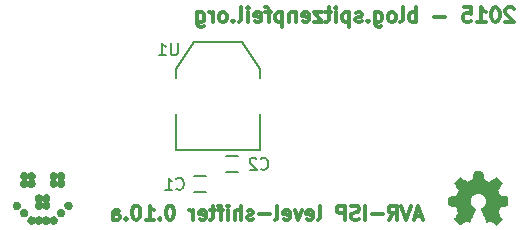
<source format=gbo>
G04 #@! TF.FileFunction,Legend,Bot*
%FSLAX46Y46*%
G04 Gerber Fmt 4.6, Leading zero omitted, Abs format (unit mm)*
G04 Created by KiCad (PCBNEW (2015-04-17 BZR 5608)-product) date Sun 19 Apr 2015 04:52:48 PM CEST*
%MOMM*%
G01*
G04 APERTURE LIST*
%ADD10C,0.150000*%
%ADD11C,0.300000*%
%ADD12C,0.002540*%
%ADD13R,1.651000X1.651000*%
%ADD14C,1.651000*%
%ADD15O,2.200000X1.800000*%
%ADD16R,3.657600X2.032000*%
%ADD17R,1.016000X2.032000*%
%ADD18R,0.500000X0.900000*%
G04 APERTURE END LIST*
D10*
D11*
X89822618Y-40134524D02*
X89763094Y-40075000D01*
X89644046Y-40015476D01*
X89346427Y-40015476D01*
X89227380Y-40075000D01*
X89167856Y-40134524D01*
X89108332Y-40253571D01*
X89108332Y-40372619D01*
X89167856Y-40551190D01*
X89882142Y-41265476D01*
X89108332Y-41265476D01*
X88334523Y-40015476D02*
X88215475Y-40015476D01*
X88096427Y-40075000D01*
X88036904Y-40134524D01*
X87977380Y-40253571D01*
X87917856Y-40491667D01*
X87917856Y-40789286D01*
X87977380Y-41027381D01*
X88036904Y-41146429D01*
X88096427Y-41205952D01*
X88215475Y-41265476D01*
X88334523Y-41265476D01*
X88453570Y-41205952D01*
X88513094Y-41146429D01*
X88572618Y-41027381D01*
X88632142Y-40789286D01*
X88632142Y-40491667D01*
X88572618Y-40253571D01*
X88513094Y-40134524D01*
X88453570Y-40075000D01*
X88334523Y-40015476D01*
X86727380Y-41265476D02*
X87441666Y-41265476D01*
X87084523Y-41265476D02*
X87084523Y-40015476D01*
X87203571Y-40194048D01*
X87322618Y-40313095D01*
X87441666Y-40372619D01*
X85596428Y-40015476D02*
X86191666Y-40015476D01*
X86251190Y-40610714D01*
X86191666Y-40551190D01*
X86072618Y-40491667D01*
X85774999Y-40491667D01*
X85655952Y-40551190D01*
X85596428Y-40610714D01*
X85536904Y-40729762D01*
X85536904Y-41027381D01*
X85596428Y-41146429D01*
X85655952Y-41205952D01*
X85774999Y-41265476D01*
X86072618Y-41265476D01*
X86191666Y-41205952D01*
X86251190Y-41146429D01*
X84048809Y-40789286D02*
X83096428Y-40789286D01*
X81548809Y-41265476D02*
X81548809Y-40015476D01*
X81548809Y-40491667D02*
X81429761Y-40432143D01*
X81191666Y-40432143D01*
X81072618Y-40491667D01*
X81013095Y-40551190D01*
X80953571Y-40670238D01*
X80953571Y-41027381D01*
X81013095Y-41146429D01*
X81072618Y-41205952D01*
X81191666Y-41265476D01*
X81429761Y-41265476D01*
X81548809Y-41205952D01*
X80239286Y-41265476D02*
X80358333Y-41205952D01*
X80417857Y-41086905D01*
X80417857Y-40015476D01*
X79584524Y-41265476D02*
X79703571Y-41205952D01*
X79763095Y-41146429D01*
X79822619Y-41027381D01*
X79822619Y-40670238D01*
X79763095Y-40551190D01*
X79703571Y-40491667D01*
X79584524Y-40432143D01*
X79405952Y-40432143D01*
X79286904Y-40491667D01*
X79227381Y-40551190D01*
X79167857Y-40670238D01*
X79167857Y-41027381D01*
X79227381Y-41146429D01*
X79286904Y-41205952D01*
X79405952Y-41265476D01*
X79584524Y-41265476D01*
X78096429Y-40432143D02*
X78096429Y-41444048D01*
X78155952Y-41563095D01*
X78215476Y-41622619D01*
X78334524Y-41682143D01*
X78513095Y-41682143D01*
X78632143Y-41622619D01*
X78096429Y-41205952D02*
X78215476Y-41265476D01*
X78453572Y-41265476D01*
X78572619Y-41205952D01*
X78632143Y-41146429D01*
X78691667Y-41027381D01*
X78691667Y-40670238D01*
X78632143Y-40551190D01*
X78572619Y-40491667D01*
X78453572Y-40432143D01*
X78215476Y-40432143D01*
X78096429Y-40491667D01*
X77501191Y-41146429D02*
X77441667Y-41205952D01*
X77501191Y-41265476D01*
X77560715Y-41205952D01*
X77501191Y-41146429D01*
X77501191Y-41265476D01*
X76965477Y-41205952D02*
X76846429Y-41265476D01*
X76608334Y-41265476D01*
X76489286Y-41205952D01*
X76429762Y-41086905D01*
X76429762Y-41027381D01*
X76489286Y-40908333D01*
X76608334Y-40848810D01*
X76786905Y-40848810D01*
X76905953Y-40789286D01*
X76965477Y-40670238D01*
X76965477Y-40610714D01*
X76905953Y-40491667D01*
X76786905Y-40432143D01*
X76608334Y-40432143D01*
X76489286Y-40491667D01*
X75894048Y-40432143D02*
X75894048Y-41682143D01*
X75894048Y-40491667D02*
X75775000Y-40432143D01*
X75536905Y-40432143D01*
X75417857Y-40491667D01*
X75358334Y-40551190D01*
X75298810Y-40670238D01*
X75298810Y-41027381D01*
X75358334Y-41146429D01*
X75417857Y-41205952D01*
X75536905Y-41265476D01*
X75775000Y-41265476D01*
X75894048Y-41205952D01*
X74763096Y-41265476D02*
X74763096Y-40432143D01*
X74763096Y-40015476D02*
X74822620Y-40075000D01*
X74763096Y-40134524D01*
X74703572Y-40075000D01*
X74763096Y-40015476D01*
X74763096Y-40134524D01*
X74346429Y-40432143D02*
X73870239Y-40432143D01*
X74167858Y-40015476D02*
X74167858Y-41086905D01*
X74108334Y-41205952D01*
X73989287Y-41265476D01*
X73870239Y-41265476D01*
X73572620Y-40432143D02*
X72917858Y-40432143D01*
X73572620Y-41265476D01*
X72917858Y-41265476D01*
X71965476Y-41205952D02*
X72084524Y-41265476D01*
X72322619Y-41265476D01*
X72441667Y-41205952D01*
X72501191Y-41086905D01*
X72501191Y-40610714D01*
X72441667Y-40491667D01*
X72322619Y-40432143D01*
X72084524Y-40432143D01*
X71965476Y-40491667D01*
X71905953Y-40610714D01*
X71905953Y-40729762D01*
X72501191Y-40848810D01*
X71370238Y-40432143D02*
X71370238Y-41265476D01*
X71370238Y-40551190D02*
X71310714Y-40491667D01*
X71191667Y-40432143D01*
X71013095Y-40432143D01*
X70894047Y-40491667D01*
X70834524Y-40610714D01*
X70834524Y-41265476D01*
X70239286Y-40432143D02*
X70239286Y-41682143D01*
X70239286Y-40491667D02*
X70120238Y-40432143D01*
X69882143Y-40432143D01*
X69763095Y-40491667D01*
X69703572Y-40551190D01*
X69644048Y-40670238D01*
X69644048Y-41027381D01*
X69703572Y-41146429D01*
X69763095Y-41205952D01*
X69882143Y-41265476D01*
X70120238Y-41265476D01*
X70239286Y-41205952D01*
X69286905Y-40432143D02*
X68810715Y-40432143D01*
X69108334Y-41265476D02*
X69108334Y-40194048D01*
X69048810Y-40075000D01*
X68929763Y-40015476D01*
X68810715Y-40015476D01*
X67917857Y-41205952D02*
X68036905Y-41265476D01*
X68275000Y-41265476D01*
X68394048Y-41205952D01*
X68453572Y-41086905D01*
X68453572Y-40610714D01*
X68394048Y-40491667D01*
X68275000Y-40432143D01*
X68036905Y-40432143D01*
X67917857Y-40491667D01*
X67858334Y-40610714D01*
X67858334Y-40729762D01*
X68453572Y-40848810D01*
X67322619Y-41265476D02*
X67322619Y-40432143D01*
X67322619Y-40015476D02*
X67382143Y-40075000D01*
X67322619Y-40134524D01*
X67263095Y-40075000D01*
X67322619Y-40015476D01*
X67322619Y-40134524D01*
X66548810Y-41265476D02*
X66667857Y-41205952D01*
X66727381Y-41086905D01*
X66727381Y-40015476D01*
X66072619Y-41146429D02*
X66013095Y-41205952D01*
X66072619Y-41265476D01*
X66132143Y-41205952D01*
X66072619Y-41146429D01*
X66072619Y-41265476D01*
X65298810Y-41265476D02*
X65417857Y-41205952D01*
X65477381Y-41146429D01*
X65536905Y-41027381D01*
X65536905Y-40670238D01*
X65477381Y-40551190D01*
X65417857Y-40491667D01*
X65298810Y-40432143D01*
X65120238Y-40432143D01*
X65001190Y-40491667D01*
X64941667Y-40551190D01*
X64882143Y-40670238D01*
X64882143Y-41027381D01*
X64941667Y-41146429D01*
X65001190Y-41205952D01*
X65120238Y-41265476D01*
X65298810Y-41265476D01*
X64346429Y-41265476D02*
X64346429Y-40432143D01*
X64346429Y-40670238D02*
X64286905Y-40551190D01*
X64227381Y-40491667D01*
X64108334Y-40432143D01*
X63989286Y-40432143D01*
X63036905Y-40432143D02*
X63036905Y-41444048D01*
X63096428Y-41563095D01*
X63155952Y-41622619D01*
X63275000Y-41682143D01*
X63453571Y-41682143D01*
X63572619Y-41622619D01*
X63036905Y-41205952D02*
X63155952Y-41265476D01*
X63394048Y-41265476D01*
X63513095Y-41205952D01*
X63572619Y-41146429D01*
X63632143Y-41027381D01*
X63632143Y-40670238D01*
X63572619Y-40551190D01*
X63513095Y-40491667D01*
X63394048Y-40432143D01*
X63155952Y-40432143D01*
X63036905Y-40491667D01*
X82035713Y-57650000D02*
X81464284Y-57650000D01*
X82149998Y-57992857D02*
X81749998Y-56792857D01*
X81349998Y-57992857D01*
X81121427Y-56792857D02*
X80721427Y-57992857D01*
X80321427Y-56792857D01*
X79235713Y-57992857D02*
X79635713Y-57421429D01*
X79921428Y-57992857D02*
X79921428Y-56792857D01*
X79464285Y-56792857D01*
X79349999Y-56850000D01*
X79292856Y-56907143D01*
X79235713Y-57021429D01*
X79235713Y-57192857D01*
X79292856Y-57307143D01*
X79349999Y-57364286D01*
X79464285Y-57421429D01*
X79921428Y-57421429D01*
X78721428Y-57535714D02*
X77807142Y-57535714D01*
X77235714Y-57992857D02*
X77235714Y-56792857D01*
X76721428Y-57935714D02*
X76549999Y-57992857D01*
X76264285Y-57992857D01*
X76149999Y-57935714D01*
X76092856Y-57878571D01*
X76035713Y-57764286D01*
X76035713Y-57650000D01*
X76092856Y-57535714D01*
X76149999Y-57478571D01*
X76264285Y-57421429D01*
X76492856Y-57364286D01*
X76607142Y-57307143D01*
X76664285Y-57250000D01*
X76721428Y-57135714D01*
X76721428Y-57021429D01*
X76664285Y-56907143D01*
X76607142Y-56850000D01*
X76492856Y-56792857D01*
X76207142Y-56792857D01*
X76035713Y-56850000D01*
X75521428Y-57992857D02*
X75521428Y-56792857D01*
X75064285Y-56792857D01*
X74949999Y-56850000D01*
X74892856Y-56907143D01*
X74835713Y-57021429D01*
X74835713Y-57192857D01*
X74892856Y-57307143D01*
X74949999Y-57364286D01*
X75064285Y-57421429D01*
X75521428Y-57421429D01*
X73235713Y-57992857D02*
X73349999Y-57935714D01*
X73407142Y-57821429D01*
X73407142Y-56792857D01*
X72321428Y-57935714D02*
X72435714Y-57992857D01*
X72664285Y-57992857D01*
X72778571Y-57935714D01*
X72835714Y-57821429D01*
X72835714Y-57364286D01*
X72778571Y-57250000D01*
X72664285Y-57192857D01*
X72435714Y-57192857D01*
X72321428Y-57250000D01*
X72264285Y-57364286D01*
X72264285Y-57478571D01*
X72835714Y-57592857D01*
X71864285Y-57192857D02*
X71578571Y-57992857D01*
X71292857Y-57192857D01*
X70378571Y-57935714D02*
X70492857Y-57992857D01*
X70721428Y-57992857D01*
X70835714Y-57935714D01*
X70892857Y-57821429D01*
X70892857Y-57364286D01*
X70835714Y-57250000D01*
X70721428Y-57192857D01*
X70492857Y-57192857D01*
X70378571Y-57250000D01*
X70321428Y-57364286D01*
X70321428Y-57478571D01*
X70892857Y-57592857D01*
X69635714Y-57992857D02*
X69750000Y-57935714D01*
X69807143Y-57821429D01*
X69807143Y-56792857D01*
X69178572Y-57535714D02*
X68264286Y-57535714D01*
X67750001Y-57935714D02*
X67635715Y-57992857D01*
X67407143Y-57992857D01*
X67292858Y-57935714D01*
X67235715Y-57821429D01*
X67235715Y-57764286D01*
X67292858Y-57650000D01*
X67407143Y-57592857D01*
X67578572Y-57592857D01*
X67692858Y-57535714D01*
X67750001Y-57421429D01*
X67750001Y-57364286D01*
X67692858Y-57250000D01*
X67578572Y-57192857D01*
X67407143Y-57192857D01*
X67292858Y-57250000D01*
X66721429Y-57992857D02*
X66721429Y-56792857D01*
X66207143Y-57992857D02*
X66207143Y-57364286D01*
X66264286Y-57250000D01*
X66378572Y-57192857D01*
X66550000Y-57192857D01*
X66664286Y-57250000D01*
X66721429Y-57307143D01*
X65635715Y-57992857D02*
X65635715Y-57192857D01*
X65635715Y-56792857D02*
X65692858Y-56850000D01*
X65635715Y-56907143D01*
X65578572Y-56850000D01*
X65635715Y-56792857D01*
X65635715Y-56907143D01*
X65235714Y-57192857D02*
X64778571Y-57192857D01*
X65064286Y-57992857D02*
X65064286Y-56964286D01*
X65007143Y-56850000D01*
X64892857Y-56792857D01*
X64778571Y-56792857D01*
X64550000Y-57192857D02*
X64092857Y-57192857D01*
X64378572Y-56792857D02*
X64378572Y-57821429D01*
X64321429Y-57935714D01*
X64207143Y-57992857D01*
X64092857Y-57992857D01*
X63235715Y-57935714D02*
X63350001Y-57992857D01*
X63578572Y-57992857D01*
X63692858Y-57935714D01*
X63750001Y-57821429D01*
X63750001Y-57364286D01*
X63692858Y-57250000D01*
X63578572Y-57192857D01*
X63350001Y-57192857D01*
X63235715Y-57250000D01*
X63178572Y-57364286D01*
X63178572Y-57478571D01*
X63750001Y-57592857D01*
X62664287Y-57992857D02*
X62664287Y-57192857D01*
X62664287Y-57421429D02*
X62607144Y-57307143D01*
X62550001Y-57250000D01*
X62435715Y-57192857D01*
X62321430Y-57192857D01*
X60778572Y-56792857D02*
X60664287Y-56792857D01*
X60550001Y-56850000D01*
X60492858Y-56907143D01*
X60435715Y-57021429D01*
X60378572Y-57250000D01*
X60378572Y-57535714D01*
X60435715Y-57764286D01*
X60492858Y-57878571D01*
X60550001Y-57935714D01*
X60664287Y-57992857D01*
X60778572Y-57992857D01*
X60892858Y-57935714D01*
X60950001Y-57878571D01*
X61007144Y-57764286D01*
X61064287Y-57535714D01*
X61064287Y-57250000D01*
X61007144Y-57021429D01*
X60950001Y-56907143D01*
X60892858Y-56850000D01*
X60778572Y-56792857D01*
X59864287Y-57878571D02*
X59807144Y-57935714D01*
X59864287Y-57992857D01*
X59921430Y-57935714D01*
X59864287Y-57878571D01*
X59864287Y-57992857D01*
X58664286Y-57992857D02*
X59350001Y-57992857D01*
X59007143Y-57992857D02*
X59007143Y-56792857D01*
X59121429Y-56964286D01*
X59235715Y-57078571D01*
X59350001Y-57135714D01*
X57921429Y-56792857D02*
X57807144Y-56792857D01*
X57692858Y-56850000D01*
X57635715Y-56907143D01*
X57578572Y-57021429D01*
X57521429Y-57250000D01*
X57521429Y-57535714D01*
X57578572Y-57764286D01*
X57635715Y-57878571D01*
X57692858Y-57935714D01*
X57807144Y-57992857D01*
X57921429Y-57992857D01*
X58035715Y-57935714D01*
X58092858Y-57878571D01*
X58150001Y-57764286D01*
X58207144Y-57535714D01*
X58207144Y-57250000D01*
X58150001Y-57021429D01*
X58092858Y-56907143D01*
X58035715Y-56850000D01*
X57921429Y-56792857D01*
X57007144Y-57878571D02*
X56950001Y-57935714D01*
X57007144Y-57992857D01*
X57064287Y-57935714D01*
X57007144Y-57878571D01*
X57007144Y-57992857D01*
X55921429Y-57992857D02*
X55921429Y-57364286D01*
X55978572Y-57250000D01*
X56092858Y-57192857D01*
X56321429Y-57192857D01*
X56435715Y-57250000D01*
X55921429Y-57935714D02*
X56035715Y-57992857D01*
X56321429Y-57992857D01*
X56435715Y-57935714D01*
X56492858Y-57821429D01*
X56492858Y-57707143D01*
X56435715Y-57592857D01*
X56321429Y-57535714D01*
X56035715Y-57535714D01*
X55921429Y-57478571D01*
D10*
X68306000Y-49024000D02*
X68306000Y-52072000D01*
X68306000Y-52072000D02*
X61194000Y-52072000D01*
X61194000Y-52072000D02*
X61194000Y-49024000D01*
X68306000Y-45976000D02*
X68306000Y-45214000D01*
X68306000Y-45214000D02*
X66782000Y-42928000D01*
X66782000Y-42928000D02*
X62718000Y-42928000D01*
X62718000Y-42928000D02*
X61194000Y-45214000D01*
X61194000Y-45214000D02*
X61194000Y-45976000D01*
D12*
G36*
X48957660Y-58336940D02*
X48894160Y-58329320D01*
X48835740Y-58309000D01*
X48810340Y-58296300D01*
X48757000Y-58258200D01*
X48713820Y-58212480D01*
X48683340Y-58159140D01*
X48660480Y-58103260D01*
X48650320Y-58042300D01*
X48652860Y-57981340D01*
X48668100Y-57920380D01*
X48696040Y-57859420D01*
X48713820Y-57836560D01*
X48741760Y-57806080D01*
X48769700Y-57780680D01*
X48795100Y-57760360D01*
X48805260Y-57755280D01*
X48858600Y-57729880D01*
X48914480Y-57714640D01*
X48977980Y-57712100D01*
X48998300Y-57714640D01*
X49031320Y-57719720D01*
X49061800Y-57727340D01*
X49094820Y-57740040D01*
X49130380Y-57760360D01*
X49181180Y-57801000D01*
X49224360Y-57851800D01*
X49254840Y-57907680D01*
X49262460Y-57935620D01*
X49272620Y-57966100D01*
X49275160Y-57988960D01*
X49275160Y-57994040D01*
X49275160Y-57994040D01*
X49277700Y-57981340D01*
X49277700Y-57978800D01*
X49287860Y-57938160D01*
X49303100Y-57897520D01*
X49320880Y-57861960D01*
X49356440Y-57816240D01*
X49404700Y-57770520D01*
X49460580Y-57740040D01*
X49521540Y-57719720D01*
X49587580Y-57712100D01*
X49602820Y-57712100D01*
X49653620Y-57717180D01*
X49699340Y-57732420D01*
X49709500Y-57734960D01*
X49762840Y-57765440D01*
X49808560Y-57803540D01*
X49849200Y-57851800D01*
X49877140Y-57902600D01*
X49894920Y-57958480D01*
X49894920Y-57961020D01*
X49897460Y-57976260D01*
X49900000Y-57983880D01*
X49900000Y-57983880D01*
X49902540Y-57973720D01*
X49905080Y-57958480D01*
X49907620Y-57953400D01*
X49925400Y-57897520D01*
X49955880Y-57846720D01*
X49996520Y-57798460D01*
X50032080Y-57767980D01*
X50087960Y-57737500D01*
X50146380Y-57717180D01*
X50212420Y-57712100D01*
X50260680Y-57714640D01*
X50321640Y-57732420D01*
X50380060Y-57760360D01*
X50428320Y-57798460D01*
X50468960Y-57849260D01*
X50474040Y-57856880D01*
X50489280Y-57879740D01*
X50499440Y-57900060D01*
X50504520Y-57912760D01*
X50512140Y-57940700D01*
X50519760Y-57968640D01*
X50522300Y-57988960D01*
X50522300Y-57991500D01*
X50524840Y-57994040D01*
X50527380Y-57978800D01*
X50532460Y-57945780D01*
X50547700Y-57902600D01*
X50568020Y-57864500D01*
X50603580Y-57813700D01*
X50651840Y-57770520D01*
X50707720Y-57740040D01*
X50768680Y-57719720D01*
X50834720Y-57712100D01*
X50893140Y-57717180D01*
X50954100Y-57734960D01*
X51009980Y-57762900D01*
X51060780Y-57806080D01*
X51083640Y-57834020D01*
X51109040Y-57869580D01*
X51126820Y-57907680D01*
X51136980Y-57940700D01*
X51149680Y-58004200D01*
X51147140Y-58065160D01*
X51131900Y-58123580D01*
X51109040Y-58176920D01*
X51073480Y-58227720D01*
X51030300Y-58268360D01*
X50982040Y-58301380D01*
X50923620Y-58324240D01*
X50860120Y-58334400D01*
X50855040Y-58334400D01*
X50791540Y-58334400D01*
X50730580Y-58319160D01*
X50674700Y-58291220D01*
X50654380Y-58278520D01*
X50611200Y-58240420D01*
X50575640Y-58197240D01*
X50550240Y-58148980D01*
X50542620Y-58131200D01*
X50535000Y-58105800D01*
X50527380Y-58077860D01*
X50524840Y-58057540D01*
X50524840Y-58044840D01*
X50522300Y-58057540D01*
X50522300Y-58067700D01*
X50514680Y-58095640D01*
X50507060Y-58126120D01*
X50496900Y-58151520D01*
X50481660Y-58182000D01*
X50443560Y-58232800D01*
X50395300Y-58275980D01*
X50339420Y-58309000D01*
X50278460Y-58329320D01*
X50268300Y-58331860D01*
X50225120Y-58336940D01*
X50179400Y-58334400D01*
X50138760Y-58329320D01*
X50098120Y-58314080D01*
X50039700Y-58286140D01*
X49986360Y-58242960D01*
X49983820Y-58237880D01*
X49948260Y-58194700D01*
X49920320Y-58141360D01*
X49905080Y-58088020D01*
X49905080Y-58085480D01*
X49900000Y-58070240D01*
X49900000Y-58065160D01*
X49900000Y-58070240D01*
X49897460Y-58082940D01*
X49894920Y-58088020D01*
X49887300Y-58118500D01*
X49872060Y-58154060D01*
X49854280Y-58189620D01*
X49826340Y-58227720D01*
X49780620Y-58270900D01*
X49724740Y-58306460D01*
X49663780Y-58326780D01*
X49651080Y-58329320D01*
X49610440Y-58334400D01*
X49564720Y-58334400D01*
X49524080Y-58329320D01*
X49488520Y-58319160D01*
X49430100Y-58293760D01*
X49379300Y-58255660D01*
X49336120Y-58207400D01*
X49303100Y-58151520D01*
X49295480Y-58133740D01*
X49287860Y-58105800D01*
X49280240Y-58077860D01*
X49277700Y-58057540D01*
X49277700Y-58055000D01*
X49275160Y-58055000D01*
X49275160Y-58067700D01*
X49272620Y-58067700D01*
X49265000Y-58108340D01*
X49249760Y-58148980D01*
X49231980Y-58187080D01*
X49221820Y-58199780D01*
X49181180Y-58248040D01*
X49132920Y-58286140D01*
X49079580Y-58314080D01*
X49018620Y-58331860D01*
X48957660Y-58336940D01*
X48957660Y-58336940D01*
G37*
X48957660Y-58336940D02*
X48894160Y-58329320D01*
X48835740Y-58309000D01*
X48810340Y-58296300D01*
X48757000Y-58258200D01*
X48713820Y-58212480D01*
X48683340Y-58159140D01*
X48660480Y-58103260D01*
X48650320Y-58042300D01*
X48652860Y-57981340D01*
X48668100Y-57920380D01*
X48696040Y-57859420D01*
X48713820Y-57836560D01*
X48741760Y-57806080D01*
X48769700Y-57780680D01*
X48795100Y-57760360D01*
X48805260Y-57755280D01*
X48858600Y-57729880D01*
X48914480Y-57714640D01*
X48977980Y-57712100D01*
X48998300Y-57714640D01*
X49031320Y-57719720D01*
X49061800Y-57727340D01*
X49094820Y-57740040D01*
X49130380Y-57760360D01*
X49181180Y-57801000D01*
X49224360Y-57851800D01*
X49254840Y-57907680D01*
X49262460Y-57935620D01*
X49272620Y-57966100D01*
X49275160Y-57988960D01*
X49275160Y-57994040D01*
X49275160Y-57994040D01*
X49277700Y-57981340D01*
X49277700Y-57978800D01*
X49287860Y-57938160D01*
X49303100Y-57897520D01*
X49320880Y-57861960D01*
X49356440Y-57816240D01*
X49404700Y-57770520D01*
X49460580Y-57740040D01*
X49521540Y-57719720D01*
X49587580Y-57712100D01*
X49602820Y-57712100D01*
X49653620Y-57717180D01*
X49699340Y-57732420D01*
X49709500Y-57734960D01*
X49762840Y-57765440D01*
X49808560Y-57803540D01*
X49849200Y-57851800D01*
X49877140Y-57902600D01*
X49894920Y-57958480D01*
X49894920Y-57961020D01*
X49897460Y-57976260D01*
X49900000Y-57983880D01*
X49900000Y-57983880D01*
X49902540Y-57973720D01*
X49905080Y-57958480D01*
X49907620Y-57953400D01*
X49925400Y-57897520D01*
X49955880Y-57846720D01*
X49996520Y-57798460D01*
X50032080Y-57767980D01*
X50087960Y-57737500D01*
X50146380Y-57717180D01*
X50212420Y-57712100D01*
X50260680Y-57714640D01*
X50321640Y-57732420D01*
X50380060Y-57760360D01*
X50428320Y-57798460D01*
X50468960Y-57849260D01*
X50474040Y-57856880D01*
X50489280Y-57879740D01*
X50499440Y-57900060D01*
X50504520Y-57912760D01*
X50512140Y-57940700D01*
X50519760Y-57968640D01*
X50522300Y-57988960D01*
X50522300Y-57991500D01*
X50524840Y-57994040D01*
X50527380Y-57978800D01*
X50532460Y-57945780D01*
X50547700Y-57902600D01*
X50568020Y-57864500D01*
X50603580Y-57813700D01*
X50651840Y-57770520D01*
X50707720Y-57740040D01*
X50768680Y-57719720D01*
X50834720Y-57712100D01*
X50893140Y-57717180D01*
X50954100Y-57734960D01*
X51009980Y-57762900D01*
X51060780Y-57806080D01*
X51083640Y-57834020D01*
X51109040Y-57869580D01*
X51126820Y-57907680D01*
X51136980Y-57940700D01*
X51149680Y-58004200D01*
X51147140Y-58065160D01*
X51131900Y-58123580D01*
X51109040Y-58176920D01*
X51073480Y-58227720D01*
X51030300Y-58268360D01*
X50982040Y-58301380D01*
X50923620Y-58324240D01*
X50860120Y-58334400D01*
X50855040Y-58334400D01*
X50791540Y-58334400D01*
X50730580Y-58319160D01*
X50674700Y-58291220D01*
X50654380Y-58278520D01*
X50611200Y-58240420D01*
X50575640Y-58197240D01*
X50550240Y-58148980D01*
X50542620Y-58131200D01*
X50535000Y-58105800D01*
X50527380Y-58077860D01*
X50524840Y-58057540D01*
X50524840Y-58044840D01*
X50522300Y-58057540D01*
X50522300Y-58067700D01*
X50514680Y-58095640D01*
X50507060Y-58126120D01*
X50496900Y-58151520D01*
X50481660Y-58182000D01*
X50443560Y-58232800D01*
X50395300Y-58275980D01*
X50339420Y-58309000D01*
X50278460Y-58329320D01*
X50268300Y-58331860D01*
X50225120Y-58336940D01*
X50179400Y-58334400D01*
X50138760Y-58329320D01*
X50098120Y-58314080D01*
X50039700Y-58286140D01*
X49986360Y-58242960D01*
X49983820Y-58237880D01*
X49948260Y-58194700D01*
X49920320Y-58141360D01*
X49905080Y-58088020D01*
X49905080Y-58085480D01*
X49900000Y-58070240D01*
X49900000Y-58065160D01*
X49900000Y-58070240D01*
X49897460Y-58082940D01*
X49894920Y-58088020D01*
X49887300Y-58118500D01*
X49872060Y-58154060D01*
X49854280Y-58189620D01*
X49826340Y-58227720D01*
X49780620Y-58270900D01*
X49724740Y-58306460D01*
X49663780Y-58326780D01*
X49651080Y-58329320D01*
X49610440Y-58334400D01*
X49564720Y-58334400D01*
X49524080Y-58329320D01*
X49488520Y-58319160D01*
X49430100Y-58293760D01*
X49379300Y-58255660D01*
X49336120Y-58207400D01*
X49303100Y-58151520D01*
X49295480Y-58133740D01*
X49287860Y-58105800D01*
X49280240Y-58077860D01*
X49277700Y-58057540D01*
X49277700Y-58055000D01*
X49275160Y-58055000D01*
X49275160Y-58067700D01*
X49272620Y-58067700D01*
X49265000Y-58108340D01*
X49249760Y-58148980D01*
X49231980Y-58187080D01*
X49221820Y-58199780D01*
X49181180Y-58248040D01*
X49132920Y-58286140D01*
X49079580Y-58314080D01*
X49018620Y-58331860D01*
X48957660Y-58336940D01*
G36*
X51482420Y-57712100D02*
X51444320Y-57709560D01*
X51406220Y-57707020D01*
X51365580Y-57696860D01*
X51307160Y-57671460D01*
X51253820Y-57633360D01*
X51210640Y-57587640D01*
X51177620Y-57531760D01*
X51157300Y-57473340D01*
X51149680Y-57409840D01*
X51152220Y-57346340D01*
X51170000Y-57285380D01*
X51197940Y-57229500D01*
X51238580Y-57181240D01*
X51286840Y-57138060D01*
X51304620Y-57127900D01*
X51363040Y-57102500D01*
X51426540Y-57087260D01*
X51490040Y-57087260D01*
X51556080Y-57099960D01*
X51606880Y-57122820D01*
X51660220Y-57158380D01*
X51705940Y-57204100D01*
X51741500Y-57259980D01*
X51764360Y-57320940D01*
X51771980Y-57353960D01*
X51774520Y-57394600D01*
X51771980Y-57435240D01*
X51766900Y-57468260D01*
X51764360Y-57480960D01*
X51738960Y-57541920D01*
X51703400Y-57597800D01*
X51655140Y-57643520D01*
X51599260Y-57679080D01*
X51571320Y-57691780D01*
X51535760Y-57701940D01*
X51502740Y-57709560D01*
X51482420Y-57712100D01*
X51482420Y-57712100D01*
G37*
X51482420Y-57712100D02*
X51444320Y-57709560D01*
X51406220Y-57707020D01*
X51365580Y-57696860D01*
X51307160Y-57671460D01*
X51253820Y-57633360D01*
X51210640Y-57587640D01*
X51177620Y-57531760D01*
X51157300Y-57473340D01*
X51149680Y-57409840D01*
X51152220Y-57346340D01*
X51170000Y-57285380D01*
X51197940Y-57229500D01*
X51238580Y-57181240D01*
X51286840Y-57138060D01*
X51304620Y-57127900D01*
X51363040Y-57102500D01*
X51426540Y-57087260D01*
X51490040Y-57087260D01*
X51556080Y-57099960D01*
X51606880Y-57122820D01*
X51660220Y-57158380D01*
X51705940Y-57204100D01*
X51741500Y-57259980D01*
X51764360Y-57320940D01*
X51771980Y-57353960D01*
X51774520Y-57394600D01*
X51771980Y-57435240D01*
X51766900Y-57468260D01*
X51764360Y-57480960D01*
X51738960Y-57541920D01*
X51703400Y-57597800D01*
X51655140Y-57643520D01*
X51599260Y-57679080D01*
X51571320Y-57691780D01*
X51535760Y-57701940D01*
X51502740Y-57709560D01*
X51482420Y-57712100D01*
G36*
X48332820Y-57712100D02*
X48266780Y-57704480D01*
X48205820Y-57681620D01*
X48147400Y-57646060D01*
X48134700Y-57635900D01*
X48091520Y-57590180D01*
X48058500Y-57536840D01*
X48035640Y-57475880D01*
X48028020Y-57442860D01*
X48025480Y-57402220D01*
X48028020Y-57364120D01*
X48033100Y-57331100D01*
X48035640Y-57315860D01*
X48061040Y-57252360D01*
X48096600Y-57199020D01*
X48142320Y-57155840D01*
X48195660Y-57120280D01*
X48256620Y-57097420D01*
X48322660Y-57087260D01*
X48345520Y-57087260D01*
X48409020Y-57094880D01*
X48467440Y-57112660D01*
X48520780Y-57143140D01*
X48566500Y-57183780D01*
X48602060Y-57232040D01*
X48630000Y-57287920D01*
X48647780Y-57348880D01*
X48650320Y-57412380D01*
X48647780Y-57450480D01*
X48640160Y-57486040D01*
X48624920Y-57521600D01*
X48599520Y-57569860D01*
X48561420Y-57618120D01*
X48510620Y-57658760D01*
X48457280Y-57689240D01*
X48396320Y-57707020D01*
X48332820Y-57712100D01*
X48332820Y-57712100D01*
G37*
X48332820Y-57712100D02*
X48266780Y-57704480D01*
X48205820Y-57681620D01*
X48147400Y-57646060D01*
X48134700Y-57635900D01*
X48091520Y-57590180D01*
X48058500Y-57536840D01*
X48035640Y-57475880D01*
X48028020Y-57442860D01*
X48025480Y-57402220D01*
X48028020Y-57364120D01*
X48033100Y-57331100D01*
X48035640Y-57315860D01*
X48061040Y-57252360D01*
X48096600Y-57199020D01*
X48142320Y-57155840D01*
X48195660Y-57120280D01*
X48256620Y-57097420D01*
X48322660Y-57087260D01*
X48345520Y-57087260D01*
X48409020Y-57094880D01*
X48467440Y-57112660D01*
X48520780Y-57143140D01*
X48566500Y-57183780D01*
X48602060Y-57232040D01*
X48630000Y-57287920D01*
X48647780Y-57348880D01*
X48650320Y-57412380D01*
X48647780Y-57450480D01*
X48640160Y-57486040D01*
X48624920Y-57521600D01*
X48599520Y-57569860D01*
X48561420Y-57618120D01*
X48510620Y-57658760D01*
X48457280Y-57689240D01*
X48396320Y-57707020D01*
X48332820Y-57712100D01*
G36*
X52104720Y-57084720D02*
X52059000Y-57084720D01*
X52020900Y-57079640D01*
X51975180Y-57066940D01*
X51919300Y-57036460D01*
X51865960Y-56993280D01*
X51832940Y-56955180D01*
X51802460Y-56901840D01*
X51779600Y-56840880D01*
X51777060Y-56815480D01*
X51774520Y-56779920D01*
X51774520Y-56741820D01*
X51779600Y-56708800D01*
X51784680Y-56691020D01*
X51810080Y-56627520D01*
X51845640Y-56574180D01*
X51891360Y-56528460D01*
X51947240Y-56492900D01*
X51970100Y-56482740D01*
X52010740Y-56470040D01*
X52051380Y-56464960D01*
X52097100Y-56462420D01*
X52127580Y-56464960D01*
X52160600Y-56470040D01*
X52191080Y-56477660D01*
X52226640Y-56492900D01*
X52246960Y-56505600D01*
X52297760Y-56543700D01*
X52340940Y-56591960D01*
X52373960Y-56647840D01*
X52394280Y-56711340D01*
X52396820Y-56726580D01*
X52399360Y-56764680D01*
X52396820Y-56802780D01*
X52394280Y-56835800D01*
X52389200Y-56858660D01*
X52363800Y-56919620D01*
X52328240Y-56972960D01*
X52282520Y-57018680D01*
X52226640Y-57051700D01*
X52163140Y-57077100D01*
X52145360Y-57079640D01*
X52104720Y-57084720D01*
X52104720Y-57084720D01*
G37*
X52104720Y-57084720D02*
X52059000Y-57084720D01*
X52020900Y-57079640D01*
X51975180Y-57066940D01*
X51919300Y-57036460D01*
X51865960Y-56993280D01*
X51832940Y-56955180D01*
X51802460Y-56901840D01*
X51779600Y-56840880D01*
X51777060Y-56815480D01*
X51774520Y-56779920D01*
X51774520Y-56741820D01*
X51779600Y-56708800D01*
X51784680Y-56691020D01*
X51810080Y-56627520D01*
X51845640Y-56574180D01*
X51891360Y-56528460D01*
X51947240Y-56492900D01*
X51970100Y-56482740D01*
X52010740Y-56470040D01*
X52051380Y-56464960D01*
X52097100Y-56462420D01*
X52127580Y-56464960D01*
X52160600Y-56470040D01*
X52191080Y-56477660D01*
X52226640Y-56492900D01*
X52246960Y-56505600D01*
X52297760Y-56543700D01*
X52340940Y-56591960D01*
X52373960Y-56647840D01*
X52394280Y-56711340D01*
X52396820Y-56726580D01*
X52399360Y-56764680D01*
X52396820Y-56802780D01*
X52394280Y-56835800D01*
X52389200Y-56858660D01*
X52363800Y-56919620D01*
X52328240Y-56972960D01*
X52282520Y-57018680D01*
X52226640Y-57051700D01*
X52163140Y-57077100D01*
X52145360Y-57079640D01*
X52104720Y-57084720D01*
G36*
X49595200Y-57084720D02*
X49534240Y-57082180D01*
X49473280Y-57064400D01*
X49440260Y-57049160D01*
X49386920Y-57011060D01*
X49341200Y-56965340D01*
X49308180Y-56909460D01*
X49285320Y-56848500D01*
X49282780Y-56835800D01*
X49275160Y-56785000D01*
X49277700Y-56736740D01*
X49290400Y-56683400D01*
X49315800Y-56622440D01*
X49351360Y-56569100D01*
X49399620Y-56525920D01*
X49455500Y-56492900D01*
X49519000Y-56470040D01*
X49557100Y-56459880D01*
X49536780Y-56457340D01*
X49531700Y-56457340D01*
X49485980Y-56444640D01*
X49440260Y-56424320D01*
X49397080Y-56396380D01*
X49389460Y-56388760D01*
X49343740Y-56343040D01*
X49310720Y-56292240D01*
X49287860Y-56233820D01*
X49277700Y-56172860D01*
X49277700Y-56111900D01*
X49292940Y-56050940D01*
X49318340Y-55992520D01*
X49320880Y-55989980D01*
X49358980Y-55939180D01*
X49407240Y-55896000D01*
X49460580Y-55865520D01*
X49516460Y-55847740D01*
X49577420Y-55840120D01*
X49638380Y-55842660D01*
X49696800Y-55857900D01*
X49752680Y-55885840D01*
X49803480Y-55923940D01*
X49831420Y-55954420D01*
X49861900Y-56000140D01*
X49884760Y-56048400D01*
X49897460Y-56094120D01*
X49897460Y-56106820D01*
X49900000Y-56111900D01*
X49900000Y-56106820D01*
X49902540Y-56094120D01*
X49915240Y-56053480D01*
X49933020Y-56007760D01*
X49958420Y-55967120D01*
X49976200Y-55946800D01*
X50021920Y-55901080D01*
X50077800Y-55868060D01*
X50136220Y-55847740D01*
X50199720Y-55837580D01*
X50263220Y-55842660D01*
X50303860Y-55852820D01*
X50362280Y-55878220D01*
X50415620Y-55913780D01*
X50458800Y-55959500D01*
X50491820Y-56015380D01*
X50514680Y-56076340D01*
X50519760Y-56106820D01*
X50522300Y-56170320D01*
X50512140Y-56233820D01*
X50489280Y-56292240D01*
X50453720Y-56343040D01*
X50410540Y-56388760D01*
X50354660Y-56426860D01*
X50329260Y-56437020D01*
X50301320Y-56447180D01*
X50273380Y-56454800D01*
X50253060Y-56459880D01*
X50250520Y-56459880D01*
X50250520Y-56459880D01*
X50265760Y-56464960D01*
X50296240Y-56472580D01*
X50336880Y-56487820D01*
X50372440Y-56505600D01*
X50392760Y-56518300D01*
X50435940Y-56556400D01*
X50471500Y-56599580D01*
X50499440Y-56647840D01*
X50514680Y-56698640D01*
X50522300Y-56757060D01*
X50522300Y-56810400D01*
X50519760Y-56820560D01*
X50504520Y-56886600D01*
X50474040Y-56942480D01*
X50430860Y-56993280D01*
X50395300Y-57026300D01*
X50339420Y-57059320D01*
X50278460Y-57079640D01*
X50255600Y-57082180D01*
X50220040Y-57084720D01*
X50184480Y-57082180D01*
X50151460Y-57079640D01*
X50126060Y-57074560D01*
X50105740Y-57069480D01*
X50044780Y-57039000D01*
X49993980Y-56998360D01*
X49950800Y-56947560D01*
X49935560Y-56922160D01*
X49917780Y-56878980D01*
X49905080Y-56838340D01*
X49905080Y-56835800D01*
X49900000Y-56820560D01*
X49900000Y-56815480D01*
X49900000Y-56815480D01*
X49900000Y-56731660D01*
X49900000Y-56731660D01*
X49902540Y-56724040D01*
X49905080Y-56708800D01*
X49905080Y-56703720D01*
X49925400Y-56647840D01*
X49953340Y-56597040D01*
X49993980Y-56548780D01*
X50042240Y-56510680D01*
X50095580Y-56482740D01*
X50098120Y-56482740D01*
X50126060Y-56472580D01*
X50151460Y-56467500D01*
X50179400Y-56459880D01*
X50154000Y-56454800D01*
X50115900Y-56447180D01*
X50060020Y-56421780D01*
X50009220Y-56386220D01*
X49966040Y-56343040D01*
X49933020Y-56292240D01*
X49920320Y-56264300D01*
X49910160Y-56231280D01*
X49902540Y-56205880D01*
X49902540Y-56193180D01*
X49900000Y-56188100D01*
X49900000Y-56193180D01*
X49897460Y-56205880D01*
X49892380Y-56228740D01*
X49879680Y-56261760D01*
X49866980Y-56292240D01*
X49849200Y-56322720D01*
X49808560Y-56370980D01*
X49760300Y-56411620D01*
X49704420Y-56439560D01*
X49646000Y-56457340D01*
X49618060Y-56459880D01*
X49646000Y-56467500D01*
X49651080Y-56467500D01*
X49679020Y-56475120D01*
X49704420Y-56482740D01*
X49709500Y-56485280D01*
X49762840Y-56513220D01*
X49808560Y-56553860D01*
X49849200Y-56599580D01*
X49877140Y-56652920D01*
X49894920Y-56708800D01*
X49894920Y-56711340D01*
X49897460Y-56726580D01*
X49900000Y-56731660D01*
X49900000Y-56815480D01*
X49900000Y-56815480D01*
X49897460Y-56823100D01*
X49894920Y-56838340D01*
X49884760Y-56878980D01*
X49856820Y-56934860D01*
X49818720Y-56985660D01*
X49773000Y-57026300D01*
X49717120Y-57059320D01*
X49717120Y-57059320D01*
X49658700Y-57077100D01*
X49595200Y-57084720D01*
X49595200Y-57084720D01*
G37*
X49595200Y-57084720D02*
X49534240Y-57082180D01*
X49473280Y-57064400D01*
X49440260Y-57049160D01*
X49386920Y-57011060D01*
X49341200Y-56965340D01*
X49308180Y-56909460D01*
X49285320Y-56848500D01*
X49282780Y-56835800D01*
X49275160Y-56785000D01*
X49277700Y-56736740D01*
X49290400Y-56683400D01*
X49315800Y-56622440D01*
X49351360Y-56569100D01*
X49399620Y-56525920D01*
X49455500Y-56492900D01*
X49519000Y-56470040D01*
X49557100Y-56459880D01*
X49536780Y-56457340D01*
X49531700Y-56457340D01*
X49485980Y-56444640D01*
X49440260Y-56424320D01*
X49397080Y-56396380D01*
X49389460Y-56388760D01*
X49343740Y-56343040D01*
X49310720Y-56292240D01*
X49287860Y-56233820D01*
X49277700Y-56172860D01*
X49277700Y-56111900D01*
X49292940Y-56050940D01*
X49318340Y-55992520D01*
X49320880Y-55989980D01*
X49358980Y-55939180D01*
X49407240Y-55896000D01*
X49460580Y-55865520D01*
X49516460Y-55847740D01*
X49577420Y-55840120D01*
X49638380Y-55842660D01*
X49696800Y-55857900D01*
X49752680Y-55885840D01*
X49803480Y-55923940D01*
X49831420Y-55954420D01*
X49861900Y-56000140D01*
X49884760Y-56048400D01*
X49897460Y-56094120D01*
X49897460Y-56106820D01*
X49900000Y-56111900D01*
X49900000Y-56106820D01*
X49902540Y-56094120D01*
X49915240Y-56053480D01*
X49933020Y-56007760D01*
X49958420Y-55967120D01*
X49976200Y-55946800D01*
X50021920Y-55901080D01*
X50077800Y-55868060D01*
X50136220Y-55847740D01*
X50199720Y-55837580D01*
X50263220Y-55842660D01*
X50303860Y-55852820D01*
X50362280Y-55878220D01*
X50415620Y-55913780D01*
X50458800Y-55959500D01*
X50491820Y-56015380D01*
X50514680Y-56076340D01*
X50519760Y-56106820D01*
X50522300Y-56170320D01*
X50512140Y-56233820D01*
X50489280Y-56292240D01*
X50453720Y-56343040D01*
X50410540Y-56388760D01*
X50354660Y-56426860D01*
X50329260Y-56437020D01*
X50301320Y-56447180D01*
X50273380Y-56454800D01*
X50253060Y-56459880D01*
X50250520Y-56459880D01*
X50250520Y-56459880D01*
X50265760Y-56464960D01*
X50296240Y-56472580D01*
X50336880Y-56487820D01*
X50372440Y-56505600D01*
X50392760Y-56518300D01*
X50435940Y-56556400D01*
X50471500Y-56599580D01*
X50499440Y-56647840D01*
X50514680Y-56698640D01*
X50522300Y-56757060D01*
X50522300Y-56810400D01*
X50519760Y-56820560D01*
X50504520Y-56886600D01*
X50474040Y-56942480D01*
X50430860Y-56993280D01*
X50395300Y-57026300D01*
X50339420Y-57059320D01*
X50278460Y-57079640D01*
X50255600Y-57082180D01*
X50220040Y-57084720D01*
X50184480Y-57082180D01*
X50151460Y-57079640D01*
X50126060Y-57074560D01*
X50105740Y-57069480D01*
X50044780Y-57039000D01*
X49993980Y-56998360D01*
X49950800Y-56947560D01*
X49935560Y-56922160D01*
X49917780Y-56878980D01*
X49905080Y-56838340D01*
X49905080Y-56835800D01*
X49900000Y-56820560D01*
X49900000Y-56815480D01*
X49900000Y-56815480D01*
X49900000Y-56731660D01*
X49900000Y-56731660D01*
X49902540Y-56724040D01*
X49905080Y-56708800D01*
X49905080Y-56703720D01*
X49925400Y-56647840D01*
X49953340Y-56597040D01*
X49993980Y-56548780D01*
X50042240Y-56510680D01*
X50095580Y-56482740D01*
X50098120Y-56482740D01*
X50126060Y-56472580D01*
X50151460Y-56467500D01*
X50179400Y-56459880D01*
X50154000Y-56454800D01*
X50115900Y-56447180D01*
X50060020Y-56421780D01*
X50009220Y-56386220D01*
X49966040Y-56343040D01*
X49933020Y-56292240D01*
X49920320Y-56264300D01*
X49910160Y-56231280D01*
X49902540Y-56205880D01*
X49902540Y-56193180D01*
X49900000Y-56188100D01*
X49900000Y-56193180D01*
X49897460Y-56205880D01*
X49892380Y-56228740D01*
X49879680Y-56261760D01*
X49866980Y-56292240D01*
X49849200Y-56322720D01*
X49808560Y-56370980D01*
X49760300Y-56411620D01*
X49704420Y-56439560D01*
X49646000Y-56457340D01*
X49618060Y-56459880D01*
X49646000Y-56467500D01*
X49651080Y-56467500D01*
X49679020Y-56475120D01*
X49704420Y-56482740D01*
X49709500Y-56485280D01*
X49762840Y-56513220D01*
X49808560Y-56553860D01*
X49849200Y-56599580D01*
X49877140Y-56652920D01*
X49894920Y-56708800D01*
X49894920Y-56711340D01*
X49897460Y-56726580D01*
X49900000Y-56731660D01*
X49900000Y-56815480D01*
X49900000Y-56815480D01*
X49897460Y-56823100D01*
X49894920Y-56838340D01*
X49884760Y-56878980D01*
X49856820Y-56934860D01*
X49818720Y-56985660D01*
X49773000Y-57026300D01*
X49717120Y-57059320D01*
X49717120Y-57059320D01*
X49658700Y-57077100D01*
X49595200Y-57084720D01*
G36*
X47735920Y-57084720D02*
X47685120Y-57084720D01*
X47639400Y-57077100D01*
X47608920Y-57069480D01*
X47550500Y-57041540D01*
X47499700Y-57003440D01*
X47459060Y-56955180D01*
X47428580Y-56899300D01*
X47408260Y-56838340D01*
X47400640Y-56774840D01*
X47403180Y-56746900D01*
X47413340Y-56683400D01*
X47438740Y-56622440D01*
X47476840Y-56566560D01*
X47489540Y-56556400D01*
X47532720Y-56518300D01*
X47586060Y-56487820D01*
X47639400Y-56470040D01*
X47641940Y-56470040D01*
X47687660Y-56462420D01*
X47738460Y-56462420D01*
X47786720Y-56470040D01*
X47801960Y-56475120D01*
X47862920Y-56497980D01*
X47913720Y-56533540D01*
X47956900Y-56579260D01*
X47989920Y-56630060D01*
X48012780Y-56685940D01*
X48025480Y-56746900D01*
X48025480Y-56810400D01*
X48010240Y-56873900D01*
X47989920Y-56919620D01*
X47954360Y-56972960D01*
X47906100Y-57018680D01*
X47852760Y-57054240D01*
X47791800Y-57077100D01*
X47784180Y-57077100D01*
X47735920Y-57084720D01*
X47735920Y-57084720D01*
G37*
X47735920Y-57084720D02*
X47685120Y-57084720D01*
X47639400Y-57077100D01*
X47608920Y-57069480D01*
X47550500Y-57041540D01*
X47499700Y-57003440D01*
X47459060Y-56955180D01*
X47428580Y-56899300D01*
X47408260Y-56838340D01*
X47400640Y-56774840D01*
X47403180Y-56746900D01*
X47413340Y-56683400D01*
X47438740Y-56622440D01*
X47476840Y-56566560D01*
X47489540Y-56556400D01*
X47532720Y-56518300D01*
X47586060Y-56487820D01*
X47639400Y-56470040D01*
X47641940Y-56470040D01*
X47687660Y-56462420D01*
X47738460Y-56462420D01*
X47786720Y-56470040D01*
X47801960Y-56475120D01*
X47862920Y-56497980D01*
X47913720Y-56533540D01*
X47956900Y-56579260D01*
X47989920Y-56630060D01*
X48012780Y-56685940D01*
X48025480Y-56746900D01*
X48025480Y-56810400D01*
X48010240Y-56873900D01*
X47989920Y-56919620D01*
X47954360Y-56972960D01*
X47906100Y-57018680D01*
X47852760Y-57054240D01*
X47791800Y-57077100D01*
X47784180Y-57077100D01*
X47735920Y-57084720D01*
G36*
X50827100Y-55212740D02*
X50766140Y-55205120D01*
X50705180Y-55184800D01*
X50677240Y-55169560D01*
X50649300Y-55149240D01*
X50618820Y-55123840D01*
X50585800Y-55088280D01*
X50555320Y-55037480D01*
X50532460Y-54976520D01*
X50529920Y-54958740D01*
X50524840Y-54918100D01*
X50524840Y-54872380D01*
X50529920Y-54834280D01*
X50547700Y-54783480D01*
X50575640Y-54727600D01*
X50613740Y-54681880D01*
X50618820Y-54674260D01*
X50649300Y-54651400D01*
X50682320Y-54628540D01*
X50715340Y-54613300D01*
X50725500Y-54608220D01*
X50750900Y-54600600D01*
X50776300Y-54592980D01*
X50794080Y-54590440D01*
X50804240Y-54590440D01*
X50794080Y-54587900D01*
X50778840Y-54582820D01*
X50758520Y-54577740D01*
X50735660Y-54572660D01*
X50689940Y-54549800D01*
X50644220Y-54521860D01*
X50606120Y-54488840D01*
X50601040Y-54481220D01*
X50562940Y-54427880D01*
X50537540Y-54366920D01*
X50524840Y-54305960D01*
X50524840Y-54242460D01*
X50527380Y-54227220D01*
X50545160Y-54163720D01*
X50573100Y-54107840D01*
X50616280Y-54054500D01*
X50654380Y-54021480D01*
X50707720Y-53991000D01*
X50768680Y-53970680D01*
X50781380Y-53968140D01*
X50824560Y-53963060D01*
X50867740Y-53965600D01*
X50908380Y-53970680D01*
X50943940Y-53983380D01*
X50999820Y-54011320D01*
X51050620Y-54049420D01*
X51091260Y-54095140D01*
X51124280Y-54151020D01*
X51142060Y-54209440D01*
X51144600Y-54217060D01*
X51147140Y-54232300D01*
X51152220Y-54237380D01*
X51152220Y-54232300D01*
X51154760Y-54217060D01*
X51159840Y-54191660D01*
X51170000Y-54163720D01*
X51180160Y-54138320D01*
X51190320Y-54120540D01*
X51228420Y-54067200D01*
X51276680Y-54024020D01*
X51332560Y-53991000D01*
X51393520Y-53970680D01*
X51459560Y-53963060D01*
X51510360Y-53968140D01*
X51568780Y-53983380D01*
X51624660Y-54008780D01*
X51657680Y-54031640D01*
X51703400Y-54077360D01*
X51736420Y-54130700D01*
X51761820Y-54189120D01*
X51774520Y-54250080D01*
X51771980Y-54311040D01*
X51759280Y-54369460D01*
X51733880Y-54430420D01*
X51695780Y-54483760D01*
X51647520Y-54526940D01*
X51591640Y-54559960D01*
X51528140Y-54582820D01*
X51492580Y-54590440D01*
X51512900Y-54592980D01*
X51525600Y-54595520D01*
X51576400Y-54610760D01*
X51624660Y-54636160D01*
X51670380Y-54669180D01*
X51705940Y-54707280D01*
X51728800Y-54740300D01*
X51751660Y-54783480D01*
X51764360Y-54824120D01*
X51771980Y-54857140D01*
X51774520Y-54897780D01*
X51771980Y-54935880D01*
X51766900Y-54968900D01*
X51756740Y-55007000D01*
X51726260Y-55065420D01*
X51688160Y-55118760D01*
X51637360Y-55159400D01*
X51578940Y-55189880D01*
X51515440Y-55210200D01*
X51497660Y-55212740D01*
X51459560Y-55212740D01*
X51418920Y-55210200D01*
X51383360Y-55205120D01*
X51357960Y-55197500D01*
X51299540Y-55167020D01*
X51248740Y-55128920D01*
X51205560Y-55080660D01*
X51175080Y-55024780D01*
X51154760Y-54963820D01*
X51154760Y-54958740D01*
X51149680Y-54943500D01*
X51147140Y-54946040D01*
X51147140Y-54859680D01*
X51149680Y-54857140D01*
X51154760Y-54844440D01*
X51154760Y-54841900D01*
X51164920Y-54798720D01*
X51185240Y-54755540D01*
X51210640Y-54714900D01*
X51228420Y-54692040D01*
X51279220Y-54646320D01*
X51335100Y-54615840D01*
X51398600Y-54595520D01*
X51429080Y-54587900D01*
X51406220Y-54585360D01*
X51388440Y-54580280D01*
X51368120Y-54575200D01*
X51355420Y-54570120D01*
X51299540Y-54542180D01*
X51248740Y-54504080D01*
X51205560Y-54455820D01*
X51175080Y-54402480D01*
X51154760Y-54341520D01*
X51152220Y-54326280D01*
X51149680Y-54318660D01*
X51147140Y-54323740D01*
X51142060Y-54344060D01*
X51142060Y-54344060D01*
X51131900Y-54377080D01*
X51116660Y-54415180D01*
X51096340Y-54448200D01*
X51081100Y-54468520D01*
X51053160Y-54499000D01*
X51022680Y-54526940D01*
X50992200Y-54547260D01*
X50989660Y-54549800D01*
X50941400Y-54570120D01*
X50890600Y-54585360D01*
X50870280Y-54587900D01*
X50893140Y-54592980D01*
X50949020Y-54608220D01*
X51004900Y-54638700D01*
X51055700Y-54676800D01*
X51093800Y-54725060D01*
X51103960Y-54740300D01*
X51119200Y-54770780D01*
X51131900Y-54801260D01*
X51142060Y-54831740D01*
X51144600Y-54852060D01*
X51144600Y-54852060D01*
X51147140Y-54859680D01*
X51147140Y-54946040D01*
X51147140Y-54946040D01*
X51144600Y-54958740D01*
X51139520Y-54976520D01*
X51134440Y-54996840D01*
X51121740Y-55029860D01*
X51091260Y-55083200D01*
X51048080Y-55128920D01*
X50999820Y-55167020D01*
X50946480Y-55192420D01*
X50888060Y-55210200D01*
X50827100Y-55212740D01*
X50827100Y-55212740D01*
G37*
X50827100Y-55212740D02*
X50766140Y-55205120D01*
X50705180Y-55184800D01*
X50677240Y-55169560D01*
X50649300Y-55149240D01*
X50618820Y-55123840D01*
X50585800Y-55088280D01*
X50555320Y-55037480D01*
X50532460Y-54976520D01*
X50529920Y-54958740D01*
X50524840Y-54918100D01*
X50524840Y-54872380D01*
X50529920Y-54834280D01*
X50547700Y-54783480D01*
X50575640Y-54727600D01*
X50613740Y-54681880D01*
X50618820Y-54674260D01*
X50649300Y-54651400D01*
X50682320Y-54628540D01*
X50715340Y-54613300D01*
X50725500Y-54608220D01*
X50750900Y-54600600D01*
X50776300Y-54592980D01*
X50794080Y-54590440D01*
X50804240Y-54590440D01*
X50794080Y-54587900D01*
X50778840Y-54582820D01*
X50758520Y-54577740D01*
X50735660Y-54572660D01*
X50689940Y-54549800D01*
X50644220Y-54521860D01*
X50606120Y-54488840D01*
X50601040Y-54481220D01*
X50562940Y-54427880D01*
X50537540Y-54366920D01*
X50524840Y-54305960D01*
X50524840Y-54242460D01*
X50527380Y-54227220D01*
X50545160Y-54163720D01*
X50573100Y-54107840D01*
X50616280Y-54054500D01*
X50654380Y-54021480D01*
X50707720Y-53991000D01*
X50768680Y-53970680D01*
X50781380Y-53968140D01*
X50824560Y-53963060D01*
X50867740Y-53965600D01*
X50908380Y-53970680D01*
X50943940Y-53983380D01*
X50999820Y-54011320D01*
X51050620Y-54049420D01*
X51091260Y-54095140D01*
X51124280Y-54151020D01*
X51142060Y-54209440D01*
X51144600Y-54217060D01*
X51147140Y-54232300D01*
X51152220Y-54237380D01*
X51152220Y-54232300D01*
X51154760Y-54217060D01*
X51159840Y-54191660D01*
X51170000Y-54163720D01*
X51180160Y-54138320D01*
X51190320Y-54120540D01*
X51228420Y-54067200D01*
X51276680Y-54024020D01*
X51332560Y-53991000D01*
X51393520Y-53970680D01*
X51459560Y-53963060D01*
X51510360Y-53968140D01*
X51568780Y-53983380D01*
X51624660Y-54008780D01*
X51657680Y-54031640D01*
X51703400Y-54077360D01*
X51736420Y-54130700D01*
X51761820Y-54189120D01*
X51774520Y-54250080D01*
X51771980Y-54311040D01*
X51759280Y-54369460D01*
X51733880Y-54430420D01*
X51695780Y-54483760D01*
X51647520Y-54526940D01*
X51591640Y-54559960D01*
X51528140Y-54582820D01*
X51492580Y-54590440D01*
X51512900Y-54592980D01*
X51525600Y-54595520D01*
X51576400Y-54610760D01*
X51624660Y-54636160D01*
X51670380Y-54669180D01*
X51705940Y-54707280D01*
X51728800Y-54740300D01*
X51751660Y-54783480D01*
X51764360Y-54824120D01*
X51771980Y-54857140D01*
X51774520Y-54897780D01*
X51771980Y-54935880D01*
X51766900Y-54968900D01*
X51756740Y-55007000D01*
X51726260Y-55065420D01*
X51688160Y-55118760D01*
X51637360Y-55159400D01*
X51578940Y-55189880D01*
X51515440Y-55210200D01*
X51497660Y-55212740D01*
X51459560Y-55212740D01*
X51418920Y-55210200D01*
X51383360Y-55205120D01*
X51357960Y-55197500D01*
X51299540Y-55167020D01*
X51248740Y-55128920D01*
X51205560Y-55080660D01*
X51175080Y-55024780D01*
X51154760Y-54963820D01*
X51154760Y-54958740D01*
X51149680Y-54943500D01*
X51147140Y-54946040D01*
X51147140Y-54859680D01*
X51149680Y-54857140D01*
X51154760Y-54844440D01*
X51154760Y-54841900D01*
X51164920Y-54798720D01*
X51185240Y-54755540D01*
X51210640Y-54714900D01*
X51228420Y-54692040D01*
X51279220Y-54646320D01*
X51335100Y-54615840D01*
X51398600Y-54595520D01*
X51429080Y-54587900D01*
X51406220Y-54585360D01*
X51388440Y-54580280D01*
X51368120Y-54575200D01*
X51355420Y-54570120D01*
X51299540Y-54542180D01*
X51248740Y-54504080D01*
X51205560Y-54455820D01*
X51175080Y-54402480D01*
X51154760Y-54341520D01*
X51152220Y-54326280D01*
X51149680Y-54318660D01*
X51147140Y-54323740D01*
X51142060Y-54344060D01*
X51142060Y-54344060D01*
X51131900Y-54377080D01*
X51116660Y-54415180D01*
X51096340Y-54448200D01*
X51081100Y-54468520D01*
X51053160Y-54499000D01*
X51022680Y-54526940D01*
X50992200Y-54547260D01*
X50989660Y-54549800D01*
X50941400Y-54570120D01*
X50890600Y-54585360D01*
X50870280Y-54587900D01*
X50893140Y-54592980D01*
X50949020Y-54608220D01*
X51004900Y-54638700D01*
X51055700Y-54676800D01*
X51093800Y-54725060D01*
X51103960Y-54740300D01*
X51119200Y-54770780D01*
X51131900Y-54801260D01*
X51142060Y-54831740D01*
X51144600Y-54852060D01*
X51144600Y-54852060D01*
X51147140Y-54859680D01*
X51147140Y-54946040D01*
X51147140Y-54946040D01*
X51144600Y-54958740D01*
X51139520Y-54976520D01*
X51134440Y-54996840D01*
X51121740Y-55029860D01*
X51091260Y-55083200D01*
X51048080Y-55128920D01*
X50999820Y-55167020D01*
X50946480Y-55192420D01*
X50888060Y-55210200D01*
X50827100Y-55212740D01*
G36*
X48947500Y-55212740D02*
X48886540Y-55205120D01*
X48828120Y-55182260D01*
X48774780Y-55149240D01*
X48729060Y-55108600D01*
X48690960Y-55055260D01*
X48665560Y-54996840D01*
X48660480Y-54976520D01*
X48655400Y-54958740D01*
X48655400Y-54956200D01*
X48652860Y-54943500D01*
X48652860Y-54943500D01*
X48652860Y-54857140D01*
X48655400Y-54849520D01*
X48660480Y-54826660D01*
X48670640Y-54791100D01*
X48698580Y-54735220D01*
X48736680Y-54686960D01*
X48784940Y-54646320D01*
X48840820Y-54613300D01*
X48901780Y-54595520D01*
X48929720Y-54587900D01*
X48909400Y-54585360D01*
X48906860Y-54582820D01*
X48856060Y-54570120D01*
X48807800Y-54547260D01*
X48787480Y-54534560D01*
X48757000Y-54509160D01*
X48726520Y-54478680D01*
X48703660Y-54448200D01*
X48685880Y-54420260D01*
X48668100Y-54382160D01*
X48657940Y-54344060D01*
X48655400Y-54326280D01*
X48650320Y-54318660D01*
X48647780Y-54323740D01*
X48645240Y-54341520D01*
X48632540Y-54382160D01*
X48604600Y-54440580D01*
X48563960Y-54493920D01*
X48515700Y-54534560D01*
X48457280Y-54565040D01*
X48393780Y-54585360D01*
X48370920Y-54587900D01*
X48401400Y-54595520D01*
X48429340Y-54603140D01*
X48490300Y-54628540D01*
X48543640Y-54666640D01*
X48589360Y-54714900D01*
X48602060Y-54732680D01*
X48617300Y-54760620D01*
X48632540Y-54793640D01*
X48640160Y-54816500D01*
X48645240Y-54841900D01*
X48645240Y-54841900D01*
X48650320Y-54854600D01*
X48652860Y-54857140D01*
X48652860Y-54943500D01*
X48650320Y-54946040D01*
X48645240Y-54961280D01*
X48640160Y-54984140D01*
X48622380Y-55029860D01*
X48596980Y-55075580D01*
X48579200Y-55098440D01*
X48533480Y-55146700D01*
X48477600Y-55179720D01*
X48414100Y-55205120D01*
X48388700Y-55210200D01*
X48342980Y-55212740D01*
X48299800Y-55210200D01*
X48261700Y-55205120D01*
X48256620Y-55202580D01*
X48195660Y-55179720D01*
X48139780Y-55141620D01*
X48094060Y-55095900D01*
X48058500Y-55040020D01*
X48035640Y-54979060D01*
X48030560Y-54948580D01*
X48025480Y-54905400D01*
X48028020Y-54862220D01*
X48035640Y-54824120D01*
X48045800Y-54791100D01*
X48068660Y-54745380D01*
X48094060Y-54707280D01*
X48122000Y-54676800D01*
X48160100Y-54646320D01*
X48200740Y-54620920D01*
X48215980Y-54613300D01*
X48243920Y-54603140D01*
X48274400Y-54595520D01*
X48297260Y-54590440D01*
X48297260Y-54590440D01*
X48292180Y-54587900D01*
X48271860Y-54582820D01*
X48236300Y-54570120D01*
X48195660Y-54554880D01*
X48162640Y-54534560D01*
X48155020Y-54529480D01*
X48114380Y-54493920D01*
X48078820Y-54448200D01*
X48050880Y-54402480D01*
X48043260Y-54379620D01*
X48028020Y-54316120D01*
X48025480Y-54252620D01*
X48038180Y-54189120D01*
X48040720Y-54176420D01*
X48068660Y-54118000D01*
X48106760Y-54067200D01*
X48155020Y-54024020D01*
X48210900Y-53991000D01*
X48271860Y-53970680D01*
X48282020Y-53968140D01*
X48322660Y-53963060D01*
X48370920Y-53965600D01*
X48411560Y-53970680D01*
X48419180Y-53973220D01*
X48482680Y-53998620D01*
X48538560Y-54034180D01*
X48584280Y-54082440D01*
X48619840Y-54138320D01*
X48627460Y-54156100D01*
X48637620Y-54184040D01*
X48645240Y-54211980D01*
X48647780Y-54232300D01*
X48647780Y-54234840D01*
X48650320Y-54237380D01*
X48652860Y-54229760D01*
X48657940Y-54211980D01*
X48668100Y-54168800D01*
X48696040Y-54112920D01*
X48734140Y-54064660D01*
X48779860Y-54024020D01*
X48835740Y-53991000D01*
X48835740Y-53991000D01*
X48894160Y-53970680D01*
X48955120Y-53963060D01*
X49018620Y-53968140D01*
X49077040Y-53985920D01*
X49112600Y-54001160D01*
X49165940Y-54039260D01*
X49211660Y-54084980D01*
X49244680Y-54138320D01*
X49267540Y-54199280D01*
X49270080Y-54211980D01*
X49277700Y-54262780D01*
X49275160Y-54311040D01*
X49262460Y-54369460D01*
X49234520Y-54430420D01*
X49198960Y-54481220D01*
X49150700Y-54526940D01*
X49094820Y-54559960D01*
X49028780Y-54582820D01*
X49016080Y-54585360D01*
X49005920Y-54590440D01*
X49005920Y-54590440D01*
X49023700Y-54592980D01*
X49059260Y-54603140D01*
X49099900Y-54620920D01*
X49135460Y-54641240D01*
X49171020Y-54666640D01*
X49214200Y-54714900D01*
X49247220Y-54770780D01*
X49252300Y-54780940D01*
X49270080Y-54841900D01*
X49275160Y-54905400D01*
X49267540Y-54971440D01*
X49247220Y-55029860D01*
X49234520Y-55060340D01*
X49214200Y-55088280D01*
X49188800Y-55118760D01*
X49186260Y-55118760D01*
X49135460Y-55161940D01*
X49079580Y-55192420D01*
X49016080Y-55210200D01*
X49011000Y-55210200D01*
X48947500Y-55212740D01*
X48947500Y-55212740D01*
G37*
X48947500Y-55212740D02*
X48886540Y-55205120D01*
X48828120Y-55182260D01*
X48774780Y-55149240D01*
X48729060Y-55108600D01*
X48690960Y-55055260D01*
X48665560Y-54996840D01*
X48660480Y-54976520D01*
X48655400Y-54958740D01*
X48655400Y-54956200D01*
X48652860Y-54943500D01*
X48652860Y-54943500D01*
X48652860Y-54857140D01*
X48655400Y-54849520D01*
X48660480Y-54826660D01*
X48670640Y-54791100D01*
X48698580Y-54735220D01*
X48736680Y-54686960D01*
X48784940Y-54646320D01*
X48840820Y-54613300D01*
X48901780Y-54595520D01*
X48929720Y-54587900D01*
X48909400Y-54585360D01*
X48906860Y-54582820D01*
X48856060Y-54570120D01*
X48807800Y-54547260D01*
X48787480Y-54534560D01*
X48757000Y-54509160D01*
X48726520Y-54478680D01*
X48703660Y-54448200D01*
X48685880Y-54420260D01*
X48668100Y-54382160D01*
X48657940Y-54344060D01*
X48655400Y-54326280D01*
X48650320Y-54318660D01*
X48647780Y-54323740D01*
X48645240Y-54341520D01*
X48632540Y-54382160D01*
X48604600Y-54440580D01*
X48563960Y-54493920D01*
X48515700Y-54534560D01*
X48457280Y-54565040D01*
X48393780Y-54585360D01*
X48370920Y-54587900D01*
X48401400Y-54595520D01*
X48429340Y-54603140D01*
X48490300Y-54628540D01*
X48543640Y-54666640D01*
X48589360Y-54714900D01*
X48602060Y-54732680D01*
X48617300Y-54760620D01*
X48632540Y-54793640D01*
X48640160Y-54816500D01*
X48645240Y-54841900D01*
X48645240Y-54841900D01*
X48650320Y-54854600D01*
X48652860Y-54857140D01*
X48652860Y-54943500D01*
X48650320Y-54946040D01*
X48645240Y-54961280D01*
X48640160Y-54984140D01*
X48622380Y-55029860D01*
X48596980Y-55075580D01*
X48579200Y-55098440D01*
X48533480Y-55146700D01*
X48477600Y-55179720D01*
X48414100Y-55205120D01*
X48388700Y-55210200D01*
X48342980Y-55212740D01*
X48299800Y-55210200D01*
X48261700Y-55205120D01*
X48256620Y-55202580D01*
X48195660Y-55179720D01*
X48139780Y-55141620D01*
X48094060Y-55095900D01*
X48058500Y-55040020D01*
X48035640Y-54979060D01*
X48030560Y-54948580D01*
X48025480Y-54905400D01*
X48028020Y-54862220D01*
X48035640Y-54824120D01*
X48045800Y-54791100D01*
X48068660Y-54745380D01*
X48094060Y-54707280D01*
X48122000Y-54676800D01*
X48160100Y-54646320D01*
X48200740Y-54620920D01*
X48215980Y-54613300D01*
X48243920Y-54603140D01*
X48274400Y-54595520D01*
X48297260Y-54590440D01*
X48297260Y-54590440D01*
X48292180Y-54587900D01*
X48271860Y-54582820D01*
X48236300Y-54570120D01*
X48195660Y-54554880D01*
X48162640Y-54534560D01*
X48155020Y-54529480D01*
X48114380Y-54493920D01*
X48078820Y-54448200D01*
X48050880Y-54402480D01*
X48043260Y-54379620D01*
X48028020Y-54316120D01*
X48025480Y-54252620D01*
X48038180Y-54189120D01*
X48040720Y-54176420D01*
X48068660Y-54118000D01*
X48106760Y-54067200D01*
X48155020Y-54024020D01*
X48210900Y-53991000D01*
X48271860Y-53970680D01*
X48282020Y-53968140D01*
X48322660Y-53963060D01*
X48370920Y-53965600D01*
X48411560Y-53970680D01*
X48419180Y-53973220D01*
X48482680Y-53998620D01*
X48538560Y-54034180D01*
X48584280Y-54082440D01*
X48619840Y-54138320D01*
X48627460Y-54156100D01*
X48637620Y-54184040D01*
X48645240Y-54211980D01*
X48647780Y-54232300D01*
X48647780Y-54234840D01*
X48650320Y-54237380D01*
X48652860Y-54229760D01*
X48657940Y-54211980D01*
X48668100Y-54168800D01*
X48696040Y-54112920D01*
X48734140Y-54064660D01*
X48779860Y-54024020D01*
X48835740Y-53991000D01*
X48835740Y-53991000D01*
X48894160Y-53970680D01*
X48955120Y-53963060D01*
X49018620Y-53968140D01*
X49077040Y-53985920D01*
X49112600Y-54001160D01*
X49165940Y-54039260D01*
X49211660Y-54084980D01*
X49244680Y-54138320D01*
X49267540Y-54199280D01*
X49270080Y-54211980D01*
X49277700Y-54262780D01*
X49275160Y-54311040D01*
X49262460Y-54369460D01*
X49234520Y-54430420D01*
X49198960Y-54481220D01*
X49150700Y-54526940D01*
X49094820Y-54559960D01*
X49028780Y-54582820D01*
X49016080Y-54585360D01*
X49005920Y-54590440D01*
X49005920Y-54590440D01*
X49023700Y-54592980D01*
X49059260Y-54603140D01*
X49099900Y-54620920D01*
X49135460Y-54641240D01*
X49171020Y-54666640D01*
X49214200Y-54714900D01*
X49247220Y-54770780D01*
X49252300Y-54780940D01*
X49270080Y-54841900D01*
X49275160Y-54905400D01*
X49267540Y-54971440D01*
X49247220Y-55029860D01*
X49234520Y-55060340D01*
X49214200Y-55088280D01*
X49188800Y-55118760D01*
X49186260Y-55118760D01*
X49135460Y-55161940D01*
X49079580Y-55192420D01*
X49016080Y-55210200D01*
X49011000Y-55210200D01*
X48947500Y-55212740D01*
G36*
X88313840Y-58395360D02*
X88288440Y-58380120D01*
X88230020Y-58344560D01*
X88146200Y-58288680D01*
X88047140Y-58222640D01*
X87948080Y-58156600D01*
X87866800Y-58103260D01*
X87810920Y-58065160D01*
X87785520Y-58052460D01*
X87772820Y-58057540D01*
X87727100Y-58080400D01*
X87658520Y-58115960D01*
X87617880Y-58136280D01*
X87556920Y-58161680D01*
X87523900Y-58169300D01*
X87518820Y-58159140D01*
X87495960Y-58110880D01*
X87460400Y-58029600D01*
X87414680Y-57920380D01*
X87358800Y-57793380D01*
X87302920Y-57658760D01*
X87244500Y-57519060D01*
X87188620Y-57384440D01*
X87140360Y-57265060D01*
X87099720Y-57168540D01*
X87074320Y-57099960D01*
X87064160Y-57072020D01*
X87066700Y-57064400D01*
X87099720Y-57033920D01*
X87153060Y-56993280D01*
X87272440Y-56896760D01*
X87389280Y-56751980D01*
X87460400Y-56586880D01*
X87483260Y-56401460D01*
X87462940Y-56231280D01*
X87396900Y-56068720D01*
X87282600Y-55921400D01*
X87142900Y-55812180D01*
X86980340Y-55743600D01*
X86800000Y-55720740D01*
X86627280Y-55741060D01*
X86459640Y-55807100D01*
X86312320Y-55918860D01*
X86248820Y-55989980D01*
X86162460Y-56139840D01*
X86114200Y-56297320D01*
X86109120Y-56337960D01*
X86116740Y-56513220D01*
X86167540Y-56683400D01*
X86261520Y-56833260D01*
X86391060Y-56957720D01*
X86406300Y-56967880D01*
X86464720Y-57013600D01*
X86505360Y-57044080D01*
X86535840Y-57069480D01*
X86312320Y-57607960D01*
X86276760Y-57691780D01*
X86215800Y-57839100D01*
X86162460Y-57966100D01*
X86119280Y-58067700D01*
X86088800Y-58133740D01*
X86076100Y-58161680D01*
X86076100Y-58164220D01*
X86055780Y-58166760D01*
X86015140Y-58151520D01*
X85938940Y-58115960D01*
X85890680Y-58090560D01*
X85832260Y-58062620D01*
X85806860Y-58052460D01*
X85784000Y-58065160D01*
X85730660Y-58100720D01*
X85649380Y-58154060D01*
X85552860Y-58217560D01*
X85461420Y-58281060D01*
X85377600Y-58336940D01*
X85316640Y-58375040D01*
X85286160Y-58392820D01*
X85281080Y-58392820D01*
X85255680Y-58377580D01*
X85207420Y-58336940D01*
X85133760Y-58268360D01*
X85029620Y-58164220D01*
X85014380Y-58148980D01*
X84928020Y-58062620D01*
X84859440Y-57988960D01*
X84813720Y-57938160D01*
X84795940Y-57915300D01*
X84795940Y-57915300D01*
X84811180Y-57884820D01*
X84849280Y-57823860D01*
X84905160Y-57737500D01*
X84973740Y-57638440D01*
X85151540Y-57379360D01*
X85055020Y-57135520D01*
X85024540Y-57059320D01*
X84986440Y-56970420D01*
X84958500Y-56904380D01*
X84943260Y-56876440D01*
X84917860Y-56866280D01*
X84849280Y-56851040D01*
X84752760Y-56830720D01*
X84638460Y-56810400D01*
X84526700Y-56790080D01*
X84427640Y-56769760D01*
X84356520Y-56757060D01*
X84323500Y-56749440D01*
X84315880Y-56744360D01*
X84308260Y-56729120D01*
X84305720Y-56696100D01*
X84303180Y-56635140D01*
X84300640Y-56541160D01*
X84300640Y-56401460D01*
X84300640Y-56386220D01*
X84303180Y-56256680D01*
X84305720Y-56150000D01*
X84308260Y-56083960D01*
X84313340Y-56056020D01*
X84313340Y-56056020D01*
X84343820Y-56048400D01*
X84414940Y-56033160D01*
X84514000Y-56015380D01*
X84633380Y-55992520D01*
X84641000Y-55989980D01*
X84757840Y-55967120D01*
X84856900Y-55946800D01*
X84928020Y-55931560D01*
X84955960Y-55921400D01*
X84963580Y-55913780D01*
X84986440Y-55868060D01*
X85019460Y-55794400D01*
X85060100Y-55705500D01*
X85098200Y-55611520D01*
X85131220Y-55527700D01*
X85154080Y-55466740D01*
X85161700Y-55438800D01*
X85159160Y-55436260D01*
X85141380Y-55408320D01*
X85100740Y-55347360D01*
X85044860Y-55263540D01*
X84976280Y-55161940D01*
X84971200Y-55154320D01*
X84902620Y-55055260D01*
X84846740Y-54968900D01*
X84811180Y-54910480D01*
X84795940Y-54882540D01*
X84795940Y-54880000D01*
X84818800Y-54849520D01*
X84869600Y-54793640D01*
X84943260Y-54717440D01*
X85029620Y-54628540D01*
X85057560Y-54603140D01*
X85156620Y-54506620D01*
X85222660Y-54445660D01*
X85265840Y-54412640D01*
X85286160Y-54405020D01*
X85286160Y-54405020D01*
X85316640Y-54422800D01*
X85380140Y-54463440D01*
X85463960Y-54521860D01*
X85565560Y-54590440D01*
X85573180Y-54595520D01*
X85672240Y-54664100D01*
X85756060Y-54719980D01*
X85814480Y-54760620D01*
X85842420Y-54775860D01*
X85844960Y-54775860D01*
X85885600Y-54763160D01*
X85956720Y-54737760D01*
X86045620Y-54704740D01*
X86137060Y-54666640D01*
X86220880Y-54631080D01*
X86284380Y-54603140D01*
X86314860Y-54585360D01*
X86314860Y-54585360D01*
X86325020Y-54549800D01*
X86342800Y-54473600D01*
X86363120Y-54372000D01*
X86388520Y-54250080D01*
X86391060Y-54229760D01*
X86413920Y-54110380D01*
X86431700Y-54011320D01*
X86446940Y-53942740D01*
X86454560Y-53914800D01*
X86469800Y-53912260D01*
X86528220Y-53907180D01*
X86617120Y-53904640D01*
X86726340Y-53904640D01*
X86838100Y-53904640D01*
X86947320Y-53907180D01*
X87041300Y-53909720D01*
X87109880Y-53914800D01*
X87137820Y-53919880D01*
X87137820Y-53922420D01*
X87147980Y-53960520D01*
X87165760Y-54034180D01*
X87186080Y-54138320D01*
X87208940Y-54260240D01*
X87214020Y-54283100D01*
X87236880Y-54399940D01*
X87257200Y-54499000D01*
X87269900Y-54565040D01*
X87277520Y-54592980D01*
X87290220Y-54598060D01*
X87338480Y-54618380D01*
X87417220Y-54651400D01*
X87516280Y-54692040D01*
X87744880Y-54783480D01*
X88026820Y-54592980D01*
X88052220Y-54575200D01*
X88153820Y-54506620D01*
X88235100Y-54450740D01*
X88293520Y-54412640D01*
X88316380Y-54399940D01*
X88318920Y-54399940D01*
X88346860Y-54425340D01*
X88402740Y-54478680D01*
X88478940Y-54552340D01*
X88567840Y-54638700D01*
X88631340Y-54704740D01*
X88710080Y-54783480D01*
X88758340Y-54836820D01*
X88786280Y-54869840D01*
X88793900Y-54890160D01*
X88791360Y-54905400D01*
X88773580Y-54933340D01*
X88732940Y-54994300D01*
X88674520Y-55080660D01*
X88605940Y-55179720D01*
X88550060Y-55263540D01*
X88489100Y-55357520D01*
X88451000Y-55423560D01*
X88435760Y-55456580D01*
X88440840Y-55469280D01*
X88458620Y-55525160D01*
X88494180Y-55608980D01*
X88534820Y-55708040D01*
X88633880Y-55929020D01*
X88778660Y-55956960D01*
X88867560Y-55974740D01*
X88989480Y-55997600D01*
X89108860Y-56020460D01*
X89291740Y-56056020D01*
X89299360Y-56731660D01*
X89271420Y-56744360D01*
X89243480Y-56751980D01*
X89174900Y-56767220D01*
X89078380Y-56787540D01*
X88961540Y-56807860D01*
X88865020Y-56825640D01*
X88765960Y-56845960D01*
X88694840Y-56858660D01*
X88664360Y-56866280D01*
X88654200Y-56876440D01*
X88631340Y-56924700D01*
X88595780Y-57000900D01*
X88555140Y-57092340D01*
X88517040Y-57186320D01*
X88481480Y-57275220D01*
X88458620Y-57341260D01*
X88448460Y-57374280D01*
X88461160Y-57402220D01*
X88499260Y-57460640D01*
X88552600Y-57541920D01*
X88621180Y-57640980D01*
X88687220Y-57737500D01*
X88745640Y-57821320D01*
X88783740Y-57882280D01*
X88801520Y-57910220D01*
X88791360Y-57928000D01*
X88753260Y-57976260D01*
X88679600Y-58052460D01*
X88567840Y-58161680D01*
X88550060Y-58179460D01*
X88463700Y-58263280D01*
X88390040Y-58331860D01*
X88336700Y-58377580D01*
X88313840Y-58395360D01*
X88313840Y-58395360D01*
G37*
X88313840Y-58395360D02*
X88288440Y-58380120D01*
X88230020Y-58344560D01*
X88146200Y-58288680D01*
X88047140Y-58222640D01*
X87948080Y-58156600D01*
X87866800Y-58103260D01*
X87810920Y-58065160D01*
X87785520Y-58052460D01*
X87772820Y-58057540D01*
X87727100Y-58080400D01*
X87658520Y-58115960D01*
X87617880Y-58136280D01*
X87556920Y-58161680D01*
X87523900Y-58169300D01*
X87518820Y-58159140D01*
X87495960Y-58110880D01*
X87460400Y-58029600D01*
X87414680Y-57920380D01*
X87358800Y-57793380D01*
X87302920Y-57658760D01*
X87244500Y-57519060D01*
X87188620Y-57384440D01*
X87140360Y-57265060D01*
X87099720Y-57168540D01*
X87074320Y-57099960D01*
X87064160Y-57072020D01*
X87066700Y-57064400D01*
X87099720Y-57033920D01*
X87153060Y-56993280D01*
X87272440Y-56896760D01*
X87389280Y-56751980D01*
X87460400Y-56586880D01*
X87483260Y-56401460D01*
X87462940Y-56231280D01*
X87396900Y-56068720D01*
X87282600Y-55921400D01*
X87142900Y-55812180D01*
X86980340Y-55743600D01*
X86800000Y-55720740D01*
X86627280Y-55741060D01*
X86459640Y-55807100D01*
X86312320Y-55918860D01*
X86248820Y-55989980D01*
X86162460Y-56139840D01*
X86114200Y-56297320D01*
X86109120Y-56337960D01*
X86116740Y-56513220D01*
X86167540Y-56683400D01*
X86261520Y-56833260D01*
X86391060Y-56957720D01*
X86406300Y-56967880D01*
X86464720Y-57013600D01*
X86505360Y-57044080D01*
X86535840Y-57069480D01*
X86312320Y-57607960D01*
X86276760Y-57691780D01*
X86215800Y-57839100D01*
X86162460Y-57966100D01*
X86119280Y-58067700D01*
X86088800Y-58133740D01*
X86076100Y-58161680D01*
X86076100Y-58164220D01*
X86055780Y-58166760D01*
X86015140Y-58151520D01*
X85938940Y-58115960D01*
X85890680Y-58090560D01*
X85832260Y-58062620D01*
X85806860Y-58052460D01*
X85784000Y-58065160D01*
X85730660Y-58100720D01*
X85649380Y-58154060D01*
X85552860Y-58217560D01*
X85461420Y-58281060D01*
X85377600Y-58336940D01*
X85316640Y-58375040D01*
X85286160Y-58392820D01*
X85281080Y-58392820D01*
X85255680Y-58377580D01*
X85207420Y-58336940D01*
X85133760Y-58268360D01*
X85029620Y-58164220D01*
X85014380Y-58148980D01*
X84928020Y-58062620D01*
X84859440Y-57988960D01*
X84813720Y-57938160D01*
X84795940Y-57915300D01*
X84795940Y-57915300D01*
X84811180Y-57884820D01*
X84849280Y-57823860D01*
X84905160Y-57737500D01*
X84973740Y-57638440D01*
X85151540Y-57379360D01*
X85055020Y-57135520D01*
X85024540Y-57059320D01*
X84986440Y-56970420D01*
X84958500Y-56904380D01*
X84943260Y-56876440D01*
X84917860Y-56866280D01*
X84849280Y-56851040D01*
X84752760Y-56830720D01*
X84638460Y-56810400D01*
X84526700Y-56790080D01*
X84427640Y-56769760D01*
X84356520Y-56757060D01*
X84323500Y-56749440D01*
X84315880Y-56744360D01*
X84308260Y-56729120D01*
X84305720Y-56696100D01*
X84303180Y-56635140D01*
X84300640Y-56541160D01*
X84300640Y-56401460D01*
X84300640Y-56386220D01*
X84303180Y-56256680D01*
X84305720Y-56150000D01*
X84308260Y-56083960D01*
X84313340Y-56056020D01*
X84313340Y-56056020D01*
X84343820Y-56048400D01*
X84414940Y-56033160D01*
X84514000Y-56015380D01*
X84633380Y-55992520D01*
X84641000Y-55989980D01*
X84757840Y-55967120D01*
X84856900Y-55946800D01*
X84928020Y-55931560D01*
X84955960Y-55921400D01*
X84963580Y-55913780D01*
X84986440Y-55868060D01*
X85019460Y-55794400D01*
X85060100Y-55705500D01*
X85098200Y-55611520D01*
X85131220Y-55527700D01*
X85154080Y-55466740D01*
X85161700Y-55438800D01*
X85159160Y-55436260D01*
X85141380Y-55408320D01*
X85100740Y-55347360D01*
X85044860Y-55263540D01*
X84976280Y-55161940D01*
X84971200Y-55154320D01*
X84902620Y-55055260D01*
X84846740Y-54968900D01*
X84811180Y-54910480D01*
X84795940Y-54882540D01*
X84795940Y-54880000D01*
X84818800Y-54849520D01*
X84869600Y-54793640D01*
X84943260Y-54717440D01*
X85029620Y-54628540D01*
X85057560Y-54603140D01*
X85156620Y-54506620D01*
X85222660Y-54445660D01*
X85265840Y-54412640D01*
X85286160Y-54405020D01*
X85286160Y-54405020D01*
X85316640Y-54422800D01*
X85380140Y-54463440D01*
X85463960Y-54521860D01*
X85565560Y-54590440D01*
X85573180Y-54595520D01*
X85672240Y-54664100D01*
X85756060Y-54719980D01*
X85814480Y-54760620D01*
X85842420Y-54775860D01*
X85844960Y-54775860D01*
X85885600Y-54763160D01*
X85956720Y-54737760D01*
X86045620Y-54704740D01*
X86137060Y-54666640D01*
X86220880Y-54631080D01*
X86284380Y-54603140D01*
X86314860Y-54585360D01*
X86314860Y-54585360D01*
X86325020Y-54549800D01*
X86342800Y-54473600D01*
X86363120Y-54372000D01*
X86388520Y-54250080D01*
X86391060Y-54229760D01*
X86413920Y-54110380D01*
X86431700Y-54011320D01*
X86446940Y-53942740D01*
X86454560Y-53914800D01*
X86469800Y-53912260D01*
X86528220Y-53907180D01*
X86617120Y-53904640D01*
X86726340Y-53904640D01*
X86838100Y-53904640D01*
X86947320Y-53907180D01*
X87041300Y-53909720D01*
X87109880Y-53914800D01*
X87137820Y-53919880D01*
X87137820Y-53922420D01*
X87147980Y-53960520D01*
X87165760Y-54034180D01*
X87186080Y-54138320D01*
X87208940Y-54260240D01*
X87214020Y-54283100D01*
X87236880Y-54399940D01*
X87257200Y-54499000D01*
X87269900Y-54565040D01*
X87277520Y-54592980D01*
X87290220Y-54598060D01*
X87338480Y-54618380D01*
X87417220Y-54651400D01*
X87516280Y-54692040D01*
X87744880Y-54783480D01*
X88026820Y-54592980D01*
X88052220Y-54575200D01*
X88153820Y-54506620D01*
X88235100Y-54450740D01*
X88293520Y-54412640D01*
X88316380Y-54399940D01*
X88318920Y-54399940D01*
X88346860Y-54425340D01*
X88402740Y-54478680D01*
X88478940Y-54552340D01*
X88567840Y-54638700D01*
X88631340Y-54704740D01*
X88710080Y-54783480D01*
X88758340Y-54836820D01*
X88786280Y-54869840D01*
X88793900Y-54890160D01*
X88791360Y-54905400D01*
X88773580Y-54933340D01*
X88732940Y-54994300D01*
X88674520Y-55080660D01*
X88605940Y-55179720D01*
X88550060Y-55263540D01*
X88489100Y-55357520D01*
X88451000Y-55423560D01*
X88435760Y-55456580D01*
X88440840Y-55469280D01*
X88458620Y-55525160D01*
X88494180Y-55608980D01*
X88534820Y-55708040D01*
X88633880Y-55929020D01*
X88778660Y-55956960D01*
X88867560Y-55974740D01*
X88989480Y-55997600D01*
X89108860Y-56020460D01*
X89291740Y-56056020D01*
X89299360Y-56731660D01*
X89271420Y-56744360D01*
X89243480Y-56751980D01*
X89174900Y-56767220D01*
X89078380Y-56787540D01*
X88961540Y-56807860D01*
X88865020Y-56825640D01*
X88765960Y-56845960D01*
X88694840Y-56858660D01*
X88664360Y-56866280D01*
X88654200Y-56876440D01*
X88631340Y-56924700D01*
X88595780Y-57000900D01*
X88555140Y-57092340D01*
X88517040Y-57186320D01*
X88481480Y-57275220D01*
X88458620Y-57341260D01*
X88448460Y-57374280D01*
X88461160Y-57402220D01*
X88499260Y-57460640D01*
X88552600Y-57541920D01*
X88621180Y-57640980D01*
X88687220Y-57737500D01*
X88745640Y-57821320D01*
X88783740Y-57882280D01*
X88801520Y-57910220D01*
X88791360Y-57928000D01*
X88753260Y-57976260D01*
X88679600Y-58052460D01*
X88567840Y-58161680D01*
X88550060Y-58179460D01*
X88463700Y-58263280D01*
X88390040Y-58331860D01*
X88336700Y-58377580D01*
X88313840Y-58395360D01*
D10*
X63750000Y-54325000D02*
X62750000Y-54325000D01*
X62750000Y-55675000D02*
X63750000Y-55675000D01*
X66500000Y-52575000D02*
X65500000Y-52575000D01*
X65500000Y-53925000D02*
X66500000Y-53925000D01*
X61361905Y-43052381D02*
X61361905Y-43861905D01*
X61314286Y-43957143D01*
X61266667Y-44004762D01*
X61171429Y-44052381D01*
X60980952Y-44052381D01*
X60885714Y-44004762D01*
X60838095Y-43957143D01*
X60790476Y-43861905D01*
X60790476Y-43052381D01*
X59790476Y-44052381D02*
X60361905Y-44052381D01*
X60076191Y-44052381D02*
X60076191Y-43052381D01*
X60171429Y-43195238D01*
X60266667Y-43290476D01*
X60361905Y-43338095D01*
X61266666Y-55357143D02*
X61314285Y-55404762D01*
X61457142Y-55452381D01*
X61552380Y-55452381D01*
X61695238Y-55404762D01*
X61790476Y-55309524D01*
X61838095Y-55214286D01*
X61885714Y-55023810D01*
X61885714Y-54880952D01*
X61838095Y-54690476D01*
X61790476Y-54595238D01*
X61695238Y-54500000D01*
X61552380Y-54452381D01*
X61457142Y-54452381D01*
X61314285Y-54500000D01*
X61266666Y-54547619D01*
X60314285Y-55452381D02*
X60885714Y-55452381D01*
X60600000Y-55452381D02*
X60600000Y-54452381D01*
X60695238Y-54595238D01*
X60790476Y-54690476D01*
X60885714Y-54738095D01*
X68416666Y-53657143D02*
X68464285Y-53704762D01*
X68607142Y-53752381D01*
X68702380Y-53752381D01*
X68845238Y-53704762D01*
X68940476Y-53609524D01*
X68988095Y-53514286D01*
X69035714Y-53323810D01*
X69035714Y-53180952D01*
X68988095Y-52990476D01*
X68940476Y-52895238D01*
X68845238Y-52800000D01*
X68702380Y-52752381D01*
X68607142Y-52752381D01*
X68464285Y-52800000D01*
X68416666Y-52847619D01*
X68035714Y-52847619D02*
X67988095Y-52800000D01*
X67892857Y-52752381D01*
X67654761Y-52752381D01*
X67559523Y-52800000D01*
X67511904Y-52847619D01*
X67464285Y-52942857D01*
X67464285Y-53038095D01*
X67511904Y-53180952D01*
X68083333Y-53752381D01*
X67464285Y-53752381D01*
%LPC*%
D13*
X87770000Y-51790000D03*
D14*
X85230000Y-51790000D03*
X87770000Y-49250000D03*
X85230000Y-49250000D03*
X87770000Y-46710000D03*
X85230000Y-46710000D03*
X54980000Y-44170000D03*
X57520000Y-44170000D03*
D13*
X57520000Y-54330000D03*
D14*
X54980000Y-54330000D03*
X57520000Y-51790000D03*
X54980000Y-51790000D03*
X57520000Y-49250000D03*
X54980000Y-49250000D03*
X57520000Y-46710000D03*
X54980000Y-46710000D03*
X79480000Y-44170000D03*
X82020000Y-44170000D03*
D13*
X82020000Y-54330000D03*
D14*
X79480000Y-54330000D03*
X82020000Y-51790000D03*
X79480000Y-51790000D03*
X82020000Y-49250000D03*
X79480000Y-49250000D03*
X82020000Y-46710000D03*
X79480000Y-46710000D03*
D15*
X73750000Y-54330000D03*
X73750000Y-49250000D03*
X73750000Y-44170000D03*
D16*
X64750000Y-44198000D03*
D17*
X64750000Y-50802000D03*
X62464000Y-50802000D03*
X67036000Y-50802000D03*
D13*
X51270000Y-51790000D03*
D14*
X48730000Y-51790000D03*
X51270000Y-49250000D03*
X48730000Y-49250000D03*
X51270000Y-46710000D03*
X48730000Y-46710000D03*
D18*
X62500000Y-55000000D03*
X64000000Y-55000000D03*
X65250000Y-53250000D03*
X66750000Y-53250000D03*
M02*

</source>
